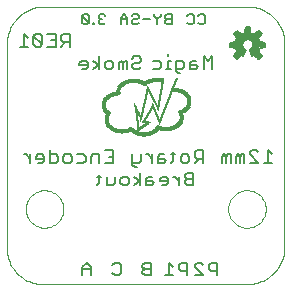
<source format=gbo>
G75*
G70*
%OFA0B0*%
%FSLAX24Y24*%
%IPPOS*%
%LPD*%
%AMOC8*
5,1,8,0,0,1.08239X$1,22.5*
%
%ADD10C,0.0000*%
%ADD11C,0.0080*%
%ADD12R,0.0110X0.0005*%
%ADD13R,0.0210X0.0005*%
%ADD14R,0.0280X0.0005*%
%ADD15R,0.0325X0.0005*%
%ADD16R,0.0365X0.0005*%
%ADD17R,0.0410X0.0005*%
%ADD18R,0.0440X0.0005*%
%ADD19R,0.0470X0.0005*%
%ADD20R,0.0505X0.0005*%
%ADD21R,0.0530X0.0005*%
%ADD22R,0.0555X0.0005*%
%ADD23R,0.0580X0.0005*%
%ADD24R,0.0600X0.0005*%
%ADD25R,0.0625X0.0005*%
%ADD26R,0.0645X0.0005*%
%ADD27R,0.0665X0.0005*%
%ADD28R,0.0685X0.0005*%
%ADD29R,0.0705X0.0005*%
%ADD30R,0.0715X0.0005*%
%ADD31R,0.0735X0.0005*%
%ADD32R,0.0755X0.0005*%
%ADD33R,0.0090X0.0005*%
%ADD34R,0.0770X0.0005*%
%ADD35R,0.0190X0.0005*%
%ADD36R,0.0355X0.0005*%
%ADD37R,0.0360X0.0005*%
%ADD38R,0.0260X0.0005*%
%ADD39R,0.0315X0.0005*%
%ADD40R,0.0320X0.0005*%
%ADD41R,0.0295X0.0005*%
%ADD42R,0.0275X0.0005*%
%ADD43R,0.0400X0.0005*%
%ADD44R,0.0265X0.0005*%
%ADD45R,0.0435X0.0005*%
%ADD46R,0.0255X0.0005*%
%ADD47R,0.0465X0.0005*%
%ADD48R,0.0245X0.0005*%
%ADD49R,0.0495X0.0005*%
%ADD50R,0.0235X0.0005*%
%ADD51R,0.0525X0.0005*%
%ADD52R,0.0230X0.0005*%
%ADD53R,0.0240X0.0005*%
%ADD54R,0.0545X0.0005*%
%ADD55R,0.0820X0.0005*%
%ADD56R,0.0220X0.0005*%
%ADD57R,0.0025X0.0005*%
%ADD58R,0.0795X0.0005*%
%ADD59R,0.0215X0.0005*%
%ADD60R,0.0035X0.0005*%
%ADD61R,0.0040X0.0005*%
%ADD62R,0.0800X0.0005*%
%ADD63R,0.0205X0.0005*%
%ADD64R,0.0050X0.0005*%
%ADD65R,0.0805X0.0005*%
%ADD66R,0.0165X0.0005*%
%ADD67R,0.0055X0.0005*%
%ADD68R,0.0200X0.0005*%
%ADD69R,0.0060X0.0005*%
%ADD70R,0.0300X0.0005*%
%ADD71R,0.0195X0.0005*%
%ADD72R,0.0065X0.0005*%
%ADD73R,0.0345X0.0005*%
%ADD74R,0.0070X0.0005*%
%ADD75R,0.0385X0.0005*%
%ADD76R,0.0080X0.0005*%
%ADD77R,0.0425X0.0005*%
%ADD78R,0.0185X0.0005*%
%ADD79R,0.0085X0.0005*%
%ADD80R,0.0635X0.0005*%
%ADD81R,0.0810X0.0005*%
%ADD82R,0.0095X0.0005*%
%ADD83R,0.0335X0.0005*%
%ADD84R,0.0655X0.0005*%
%ADD85R,0.0105X0.0005*%
%ADD86R,0.0290X0.0005*%
%ADD87R,0.0660X0.0005*%
%ADD88R,0.0115X0.0005*%
%ADD89R,0.0285X0.0005*%
%ADD90R,0.0120X0.0005*%
%ADD91R,0.0270X0.0005*%
%ADD92R,0.0675X0.0005*%
%ADD93R,0.0130X0.0005*%
%ADD94R,0.0680X0.0005*%
%ADD95R,0.0135X0.0005*%
%ADD96R,0.0250X0.0005*%
%ADD97R,0.0140X0.0005*%
%ADD98R,0.0180X0.0005*%
%ADD99R,0.0695X0.0005*%
%ADD100R,0.0150X0.0005*%
%ADD101R,0.0160X0.0005*%
%ADD102R,0.0155X0.0005*%
%ADD103R,0.0145X0.0005*%
%ADD104R,0.0700X0.0005*%
%ADD105R,0.0225X0.0005*%
%ADD106R,0.0170X0.0005*%
%ADD107R,0.0100X0.0005*%
%ADD108R,0.0075X0.0005*%
%ADD109R,0.0720X0.0005*%
%ADD110R,0.0725X0.0005*%
%ADD111R,0.0340X0.0005*%
%ADD112R,0.0305X0.0005*%
%ADD113R,0.0175X0.0005*%
%ADD114R,0.0005X0.0005*%
%ADD115R,0.0010X0.0005*%
%ADD116R,0.0015X0.0005*%
%ADD117R,0.0020X0.0005*%
%ADD118R,0.0030X0.0005*%
%ADD119R,0.0125X0.0005*%
%ADD120R,0.0045X0.0005*%
%ADD121R,0.0370X0.0005*%
%ADD122R,0.0375X0.0005*%
%ADD123R,0.0350X0.0005*%
%ADD124R,0.0330X0.0005*%
%ADD125R,0.0485X0.0005*%
%ADD126R,0.0480X0.0005*%
%ADD127R,0.0460X0.0005*%
%ADD128R,0.0445X0.0005*%
%ADD129R,0.0310X0.0005*%
%ADD130R,0.0380X0.0005*%
%ADD131R,0.0415X0.0005*%
%ADD132R,0.0450X0.0005*%
%ADD133R,0.0490X0.0005*%
%ADD134R,0.0965X0.0005*%
%ADD135R,0.0975X0.0005*%
%ADD136R,0.0980X0.0005*%
%ADD137R,0.0990X0.0005*%
%ADD138R,0.1005X0.0005*%
%ADD139R,0.0615X0.0005*%
%ADD140R,0.0640X0.0005*%
%ADD141R,0.0605X0.0005*%
%ADD142R,0.0620X0.0005*%
%ADD143R,0.0590X0.0005*%
%ADD144R,0.0570X0.0005*%
%ADD145R,0.0540X0.0005*%
%ADD146R,0.0515X0.0005*%
%ADD147R,0.0565X0.0005*%
%ADD148R,0.0535X0.0005*%
%ADD149R,0.0395X0.0005*%
%ADD150R,0.0520X0.0005*%
%ADD151R,0.0500X0.0005*%
%ADD152R,0.0430X0.0005*%
%ADD153C,0.0060*%
%ADD154C,0.0059*%
D10*
X001905Y000705D02*
X008655Y000705D01*
X008723Y000707D01*
X008790Y000712D01*
X008857Y000721D01*
X008924Y000734D01*
X008989Y000751D01*
X009054Y000770D01*
X009118Y000794D01*
X009180Y000821D01*
X009241Y000851D01*
X009299Y000884D01*
X009356Y000920D01*
X009411Y000960D01*
X009464Y001002D01*
X009515Y001048D01*
X009562Y001095D01*
X009608Y001146D01*
X009650Y001199D01*
X009690Y001254D01*
X009726Y001311D01*
X009759Y001369D01*
X009789Y001430D01*
X009816Y001492D01*
X009840Y001556D01*
X009859Y001621D01*
X009876Y001686D01*
X009889Y001753D01*
X009898Y001820D01*
X009903Y001887D01*
X009905Y001955D01*
X009905Y008705D01*
X009903Y008773D01*
X009898Y008840D01*
X009889Y008907D01*
X009876Y008974D01*
X009859Y009039D01*
X009840Y009104D01*
X009816Y009168D01*
X009789Y009230D01*
X009759Y009291D01*
X009726Y009349D01*
X009690Y009406D01*
X009650Y009461D01*
X009608Y009514D01*
X009562Y009565D01*
X009515Y009612D01*
X009464Y009658D01*
X009411Y009700D01*
X009356Y009740D01*
X009299Y009776D01*
X009241Y009809D01*
X009180Y009839D01*
X009118Y009866D01*
X009054Y009890D01*
X008989Y009909D01*
X008924Y009926D01*
X008857Y009939D01*
X008790Y009948D01*
X008723Y009953D01*
X008655Y009955D01*
X001905Y009955D01*
X001837Y009953D01*
X001770Y009948D01*
X001703Y009939D01*
X001636Y009926D01*
X001571Y009909D01*
X001506Y009890D01*
X001442Y009866D01*
X001380Y009839D01*
X001319Y009809D01*
X001261Y009776D01*
X001204Y009740D01*
X001149Y009700D01*
X001096Y009658D01*
X001045Y009612D01*
X000998Y009565D01*
X000952Y009514D01*
X000910Y009461D01*
X000870Y009406D01*
X000834Y009349D01*
X000801Y009291D01*
X000771Y009230D01*
X000744Y009168D01*
X000720Y009104D01*
X000701Y009039D01*
X000684Y008974D01*
X000671Y008907D01*
X000662Y008840D01*
X000657Y008773D01*
X000655Y008705D01*
X000655Y001955D01*
X000656Y001955D02*
X000654Y001889D01*
X000656Y001823D01*
X000662Y001757D01*
X000671Y001691D01*
X000684Y001626D01*
X000701Y001561D01*
X000721Y001498D01*
X000745Y001436D01*
X000772Y001376D01*
X000803Y001317D01*
X000837Y001259D01*
X000874Y001204D01*
X000914Y001151D01*
X000957Y001101D01*
X001002Y001052D01*
X001051Y001007D01*
X001101Y000964D01*
X001154Y000924D01*
X001209Y000887D01*
X001267Y000853D01*
X001326Y000822D01*
X001386Y000795D01*
X001448Y000771D01*
X001511Y000751D01*
X001576Y000734D01*
X001641Y000721D01*
X001707Y000712D01*
X001773Y000706D01*
X001839Y000704D01*
X001905Y000706D01*
X001280Y003205D02*
X001282Y003255D01*
X001288Y003304D01*
X001298Y003353D01*
X001311Y003400D01*
X001329Y003447D01*
X001350Y003492D01*
X001374Y003535D01*
X001402Y003576D01*
X001433Y003615D01*
X001467Y003651D01*
X001504Y003685D01*
X001544Y003715D01*
X001585Y003742D01*
X001629Y003766D01*
X001674Y003786D01*
X001721Y003802D01*
X001769Y003815D01*
X001818Y003824D01*
X001868Y003829D01*
X001917Y003830D01*
X001967Y003827D01*
X002016Y003820D01*
X002065Y003809D01*
X002112Y003795D01*
X002158Y003776D01*
X002203Y003754D01*
X002246Y003729D01*
X002286Y003700D01*
X002324Y003668D01*
X002360Y003634D01*
X002393Y003596D01*
X002422Y003556D01*
X002448Y003514D01*
X002471Y003470D01*
X002490Y003424D01*
X002506Y003377D01*
X002518Y003328D01*
X002526Y003279D01*
X002530Y003230D01*
X002530Y003180D01*
X002526Y003131D01*
X002518Y003082D01*
X002506Y003033D01*
X002490Y002986D01*
X002471Y002940D01*
X002448Y002896D01*
X002422Y002854D01*
X002393Y002814D01*
X002360Y002776D01*
X002324Y002742D01*
X002286Y002710D01*
X002246Y002681D01*
X002203Y002656D01*
X002158Y002634D01*
X002112Y002615D01*
X002065Y002601D01*
X002016Y002590D01*
X001967Y002583D01*
X001917Y002580D01*
X001868Y002581D01*
X001818Y002586D01*
X001769Y002595D01*
X001721Y002608D01*
X001674Y002624D01*
X001629Y002644D01*
X001585Y002668D01*
X001544Y002695D01*
X001504Y002725D01*
X001467Y002759D01*
X001433Y002795D01*
X001402Y002834D01*
X001374Y002875D01*
X001350Y002918D01*
X001329Y002963D01*
X001311Y003010D01*
X001298Y003057D01*
X001288Y003106D01*
X001282Y003155D01*
X001280Y003205D01*
X008030Y003205D02*
X008032Y003255D01*
X008038Y003304D01*
X008048Y003353D01*
X008061Y003400D01*
X008079Y003447D01*
X008100Y003492D01*
X008124Y003535D01*
X008152Y003576D01*
X008183Y003615D01*
X008217Y003651D01*
X008254Y003685D01*
X008294Y003715D01*
X008335Y003742D01*
X008379Y003766D01*
X008424Y003786D01*
X008471Y003802D01*
X008519Y003815D01*
X008568Y003824D01*
X008618Y003829D01*
X008667Y003830D01*
X008717Y003827D01*
X008766Y003820D01*
X008815Y003809D01*
X008862Y003795D01*
X008908Y003776D01*
X008953Y003754D01*
X008996Y003729D01*
X009036Y003700D01*
X009074Y003668D01*
X009110Y003634D01*
X009143Y003596D01*
X009172Y003556D01*
X009198Y003514D01*
X009221Y003470D01*
X009240Y003424D01*
X009256Y003377D01*
X009268Y003328D01*
X009276Y003279D01*
X009280Y003230D01*
X009280Y003180D01*
X009276Y003131D01*
X009268Y003082D01*
X009256Y003033D01*
X009240Y002986D01*
X009221Y002940D01*
X009198Y002896D01*
X009172Y002854D01*
X009143Y002814D01*
X009110Y002776D01*
X009074Y002742D01*
X009036Y002710D01*
X008996Y002681D01*
X008953Y002656D01*
X008908Y002634D01*
X008862Y002615D01*
X008815Y002601D01*
X008766Y002590D01*
X008717Y002583D01*
X008667Y002580D01*
X008618Y002581D01*
X008568Y002586D01*
X008519Y002595D01*
X008471Y002608D01*
X008424Y002624D01*
X008379Y002644D01*
X008335Y002668D01*
X008294Y002695D01*
X008254Y002725D01*
X008217Y002759D01*
X008183Y002795D01*
X008152Y002834D01*
X008124Y002875D01*
X008100Y002918D01*
X008079Y002963D01*
X008061Y003010D01*
X008048Y003057D01*
X008038Y003106D01*
X008032Y003155D01*
X008030Y003205D01*
D11*
X006865Y003995D02*
X006865Y004415D01*
X006655Y004415D01*
X006585Y004345D01*
X006585Y004275D01*
X006655Y004205D01*
X006865Y004205D01*
X006865Y003995D02*
X006655Y003995D01*
X006585Y004065D01*
X006585Y004135D01*
X006655Y004205D01*
X006405Y004135D02*
X006264Y004275D01*
X006194Y004275D01*
X006021Y004205D02*
X006021Y004065D01*
X005951Y003995D01*
X005811Y003995D01*
X005741Y004135D02*
X006021Y004135D01*
X006021Y004205D02*
X005951Y004275D01*
X005811Y004275D01*
X005741Y004205D01*
X005741Y004135D01*
X005561Y004065D02*
X005490Y004135D01*
X005280Y004135D01*
X005280Y004205D02*
X005280Y003995D01*
X005490Y003995D01*
X005561Y004065D01*
X005490Y004275D02*
X005350Y004275D01*
X005280Y004205D01*
X005100Y004135D02*
X004890Y004275D01*
X004717Y004205D02*
X004717Y004065D01*
X004646Y003995D01*
X004506Y003995D01*
X004436Y004065D01*
X004436Y004205D01*
X004506Y004275D01*
X004646Y004275D01*
X004717Y004205D01*
X004890Y003995D02*
X005100Y004135D01*
X005100Y003995D02*
X005100Y004415D01*
X004976Y004605D02*
X004906Y004605D01*
X004836Y004675D01*
X004836Y005025D01*
X004836Y004745D02*
X005046Y004745D01*
X005116Y004815D01*
X005116Y005025D01*
X005290Y005025D02*
X005360Y005025D01*
X005500Y004885D01*
X005500Y004745D02*
X005500Y005025D01*
X005680Y004955D02*
X005680Y004745D01*
X005890Y004745D01*
X005960Y004815D01*
X005890Y004885D01*
X005680Y004885D01*
X005680Y004955D02*
X005750Y005025D01*
X005890Y005025D01*
X006127Y005025D02*
X006267Y005025D01*
X006197Y005095D02*
X006197Y004815D01*
X006127Y004745D01*
X006447Y004815D02*
X006447Y004955D01*
X006517Y005025D01*
X006658Y005025D01*
X006728Y004955D01*
X006728Y004815D01*
X006658Y004745D01*
X006517Y004745D01*
X006447Y004815D01*
X006908Y004745D02*
X007048Y004885D01*
X006978Y004885D02*
X006908Y004955D01*
X006908Y005095D01*
X006978Y005165D01*
X007188Y005165D01*
X007188Y004745D01*
X007188Y004885D02*
X006978Y004885D01*
X006405Y004275D02*
X006405Y003995D01*
X007829Y004745D02*
X007829Y004955D01*
X007899Y005025D01*
X007969Y004955D01*
X007969Y004745D01*
X008109Y004745D02*
X008109Y005025D01*
X008039Y005025D01*
X007969Y004955D01*
X008289Y004955D02*
X008289Y004745D01*
X008429Y004745D02*
X008429Y004955D01*
X008359Y005025D01*
X008289Y004955D01*
X008429Y004955D02*
X008499Y005025D01*
X008569Y005025D01*
X008569Y004745D01*
X008749Y004745D02*
X009030Y004745D01*
X008749Y005025D01*
X008749Y005095D01*
X008819Y005165D01*
X008960Y005165D01*
X009030Y005095D01*
X009350Y005165D02*
X009350Y004745D01*
X009490Y004745D02*
X009210Y004745D01*
X009490Y005025D02*
X009350Y005165D01*
X007490Y007870D02*
X007490Y008290D01*
X007350Y008150D01*
X007210Y008290D01*
X007210Y007870D01*
X007030Y007940D02*
X006960Y008010D01*
X006749Y008010D01*
X006749Y008080D02*
X006749Y007870D01*
X006960Y007870D01*
X007030Y007940D01*
X006960Y008150D02*
X006819Y008150D01*
X006749Y008080D01*
X006569Y008080D02*
X006569Y007940D01*
X006499Y007870D01*
X006289Y007870D01*
X006289Y007800D02*
X006289Y008150D01*
X006499Y008150D01*
X006569Y008080D01*
X006289Y007800D02*
X006359Y007730D01*
X006429Y007730D01*
X006109Y007870D02*
X005969Y007870D01*
X006039Y007870D02*
X006039Y008150D01*
X006109Y008150D01*
X006039Y008290D02*
X006039Y008360D01*
X005802Y008080D02*
X005732Y008150D01*
X005522Y008150D01*
X005802Y008080D02*
X005802Y007940D01*
X005732Y007870D01*
X005522Y007870D01*
X005115Y007940D02*
X005045Y007870D01*
X004905Y007870D01*
X004835Y007940D01*
X004835Y008010D01*
X004905Y008080D01*
X005045Y008080D01*
X005115Y008150D01*
X005115Y008220D01*
X005045Y008290D01*
X004905Y008290D01*
X004835Y008220D01*
X004655Y008150D02*
X004585Y008150D01*
X004514Y008080D01*
X004444Y008150D01*
X004374Y008080D01*
X004374Y007870D01*
X004514Y007870D02*
X004514Y008080D01*
X004655Y008150D02*
X004655Y007870D01*
X004194Y007940D02*
X004124Y007870D01*
X003984Y007870D01*
X003914Y007940D01*
X003914Y008080D01*
X003984Y008150D01*
X004124Y008150D01*
X004194Y008080D01*
X004194Y007940D01*
X003734Y007870D02*
X003734Y008290D01*
X003524Y008150D02*
X003734Y008010D01*
X003524Y007870D01*
X003350Y007940D02*
X003350Y008080D01*
X003280Y008150D01*
X003140Y008150D01*
X003070Y008080D01*
X003070Y008010D01*
X003350Y008010D01*
X003350Y007940D02*
X003280Y007870D01*
X003140Y007870D01*
X002740Y008620D02*
X002740Y009040D01*
X002530Y009040D01*
X002460Y008970D01*
X002460Y008830D01*
X002530Y008760D01*
X002740Y008760D01*
X002600Y008760D02*
X002460Y008620D01*
X002280Y008620D02*
X001999Y008620D01*
X001819Y008690D02*
X001539Y008970D01*
X001539Y008690D01*
X001609Y008620D01*
X001749Y008620D01*
X001819Y008690D01*
X001819Y008970D01*
X001749Y009040D01*
X001609Y009040D01*
X001539Y008970D01*
X001359Y008900D02*
X001219Y009040D01*
X001219Y008620D01*
X001359Y008620D02*
X001079Y008620D01*
X001999Y009040D02*
X002280Y009040D01*
X002280Y008620D01*
X002280Y008830D02*
X002139Y008830D01*
X002074Y005165D02*
X002074Y004745D01*
X002284Y004745D01*
X002354Y004815D01*
X002354Y004955D01*
X002284Y005025D01*
X002074Y005025D01*
X001894Y004955D02*
X001894Y004815D01*
X001823Y004745D01*
X001683Y004745D01*
X001613Y004885D02*
X001894Y004885D01*
X001894Y004955D02*
X001823Y005025D01*
X001683Y005025D01*
X001613Y004955D01*
X001613Y004885D01*
X001433Y004885D02*
X001293Y005025D01*
X001223Y005025D01*
X001433Y005025D02*
X001433Y004745D01*
X002534Y004815D02*
X002534Y004955D01*
X002604Y005025D01*
X002744Y005025D01*
X002814Y004955D01*
X002814Y004815D01*
X002744Y004745D01*
X002604Y004745D01*
X002534Y004815D01*
X002994Y004745D02*
X003205Y004745D01*
X003275Y004815D01*
X003275Y004955D01*
X003205Y005025D01*
X002994Y005025D01*
X003455Y004955D02*
X003455Y004745D01*
X003455Y004955D02*
X003525Y005025D01*
X003735Y005025D01*
X003735Y004745D01*
X003915Y004745D02*
X004195Y004745D01*
X004195Y005165D01*
X003915Y005165D01*
X004055Y004955D02*
X004195Y004955D01*
X003726Y004345D02*
X003726Y004065D01*
X003656Y003995D01*
X003656Y004275D02*
X003796Y004275D01*
X003976Y004275D02*
X003976Y003995D01*
X004186Y003995D01*
X004256Y004065D01*
X004256Y004275D01*
X004240Y001415D02*
X004380Y001415D01*
X004450Y001345D01*
X004450Y001065D01*
X004380Y000995D01*
X004240Y000995D01*
X004170Y001065D01*
X004170Y001345D02*
X004240Y001415D01*
X003450Y001275D02*
X003450Y000995D01*
X003450Y001205D02*
X003170Y001205D01*
X003170Y001275D02*
X003170Y000995D01*
X003170Y001275D02*
X003310Y001415D01*
X003450Y001275D01*
X005170Y001275D02*
X005240Y001205D01*
X005450Y001205D01*
X005240Y001205D02*
X005170Y001135D01*
X005170Y001065D01*
X005240Y000995D01*
X005450Y000995D01*
X005450Y001415D01*
X005240Y001415D01*
X005170Y001345D01*
X005170Y001275D01*
X005920Y000995D02*
X006200Y000995D01*
X006060Y000995D02*
X006060Y001415D01*
X006200Y001275D01*
X006381Y001205D02*
X006451Y001135D01*
X006661Y001135D01*
X006661Y000995D02*
X006661Y001415D01*
X006451Y001415D01*
X006381Y001345D01*
X006381Y001205D01*
X006920Y001275D02*
X006920Y001345D01*
X006990Y001415D01*
X007130Y001415D01*
X007200Y001345D01*
X007381Y001345D02*
X007381Y001205D01*
X007451Y001135D01*
X007661Y001135D01*
X007661Y000995D02*
X007661Y001415D01*
X007451Y001415D01*
X007381Y001345D01*
X007200Y000995D02*
X006920Y000995D01*
X007200Y000995D02*
X006920Y001275D01*
D12*
X005236Y005621D03*
X005131Y005896D03*
X005146Y005906D03*
X005151Y005911D03*
X005156Y005916D03*
X005171Y005926D03*
X005216Y005956D03*
X005231Y005966D03*
X005236Y005971D03*
X005251Y005981D03*
X005266Y005991D03*
X005271Y005996D03*
X005281Y006001D03*
X005286Y006006D03*
X005291Y006011D03*
X005301Y006016D03*
X005306Y006021D03*
X005316Y006026D03*
X005321Y006031D03*
X005336Y006041D03*
X005116Y006271D03*
X004996Y006426D03*
X004996Y006431D03*
X004991Y006436D03*
X004991Y006441D03*
X005521Y006581D03*
X005521Y006586D03*
X005681Y006606D03*
X005681Y006611D03*
X005741Y006136D03*
X005711Y005941D03*
X005366Y007146D03*
X005366Y007151D03*
D13*
X005236Y007346D03*
X005646Y007541D03*
X006586Y007036D03*
X006586Y006496D03*
X006581Y006491D03*
X006326Y005971D03*
X005596Y005791D03*
X005236Y005626D03*
X004131Y005896D03*
X004046Y006926D03*
X004331Y007076D03*
D14*
X004296Y007056D03*
X004961Y005746D03*
X005236Y005631D03*
X006491Y007086D03*
X005646Y007536D03*
D15*
X005644Y007531D03*
X005224Y007376D03*
X004264Y005836D03*
X005234Y005636D03*
D16*
X005234Y005641D03*
X004239Y007011D03*
D17*
X005236Y005646D03*
X006331Y007141D03*
D18*
X006341Y007131D03*
X005236Y005651D03*
D19*
X005236Y005656D03*
X006351Y007116D03*
D20*
X005634Y007501D03*
X005234Y005661D03*
D21*
X005236Y005666D03*
D22*
X005234Y005671D03*
X005609Y007481D03*
D23*
X005591Y007466D03*
X005236Y005676D03*
D24*
X005236Y005681D03*
X005581Y007456D03*
D25*
X005234Y005686D03*
D26*
X005234Y005691D03*
X005879Y005836D03*
D27*
X005909Y005851D03*
X005234Y005696D03*
D28*
X005234Y005701D03*
X005934Y005866D03*
D29*
X005964Y005886D03*
X005234Y005706D03*
D30*
X005234Y005711D03*
X005969Y005891D03*
X005974Y005896D03*
D31*
X005234Y005716D03*
D32*
X005234Y005721D03*
D33*
X005051Y005831D03*
X005116Y006246D03*
X004981Y006476D03*
X004976Y006486D03*
X004976Y006491D03*
X005521Y006606D03*
X005686Y006581D03*
X005741Y006111D03*
X005706Y005946D03*
X004501Y005721D03*
X005361Y007176D03*
D34*
X005236Y005726D03*
D35*
X005316Y006056D03*
X004501Y005726D03*
X004026Y006381D03*
X004021Y006386D03*
X004016Y006396D03*
X004011Y006401D03*
X004006Y006406D03*
X004001Y006411D03*
X003996Y006886D03*
X004001Y006891D03*
X004006Y006896D03*
X004341Y007081D03*
X004466Y007301D03*
X004471Y007306D03*
X004476Y007311D03*
X006456Y006396D03*
X006616Y006521D03*
X006621Y006526D03*
X006621Y007006D03*
X006616Y007011D03*
X006371Y006006D03*
X006366Y006001D03*
D36*
X005449Y005731D03*
X004499Y005741D03*
X004254Y007021D03*
D37*
X004246Y007016D03*
X004196Y006986D03*
X005021Y005731D03*
X006311Y007161D03*
X006431Y007101D03*
X005431Y007436D03*
D38*
X005231Y007361D03*
X004586Y007381D03*
X004306Y007061D03*
X004201Y005856D03*
X004501Y005731D03*
X006256Y005931D03*
D39*
X005479Y005736D03*
X004989Y005736D03*
X005399Y007431D03*
D40*
X006456Y007096D03*
X004501Y005736D03*
X004166Y006981D03*
X004276Y007041D03*
D41*
X004289Y007051D03*
X004149Y006976D03*
X004974Y005741D03*
X005494Y005741D03*
X006474Y007091D03*
D42*
X006279Y007186D03*
X005309Y006081D03*
X005509Y005746D03*
X005764Y005911D03*
X006239Y005926D03*
D43*
X006326Y007146D03*
X004501Y005746D03*
D44*
X004764Y005846D03*
X004944Y005751D03*
X005299Y006071D03*
X005524Y005751D03*
X006504Y007081D03*
X004119Y006966D03*
D45*
X004499Y005751D03*
D46*
X004934Y005756D03*
X005299Y006066D03*
X005534Y005756D03*
X006264Y005936D03*
X006514Y007076D03*
X004109Y006961D03*
D47*
X004499Y005756D03*
X005659Y007516D03*
D48*
X006529Y006461D03*
X006494Y006436D03*
X006489Y006431D03*
X006274Y005941D03*
X005544Y005761D03*
X004924Y005761D03*
X004099Y006956D03*
X004564Y007371D03*
D49*
X004499Y005761D03*
D50*
X004914Y005766D03*
X005554Y005766D03*
X005959Y005806D03*
X006294Y005951D03*
X006479Y006421D03*
X006484Y006426D03*
X006544Y007061D03*
X004554Y007366D03*
X004079Y006946D03*
D51*
X004499Y005766D03*
D52*
X004171Y005871D03*
X004161Y005876D03*
X004071Y006941D03*
X004321Y007071D03*
X004546Y007361D03*
X005561Y005771D03*
X005571Y005776D03*
X006546Y006471D03*
X006556Y006476D03*
X006556Y007056D03*
D53*
X006536Y007066D03*
X006536Y006466D03*
X006286Y005946D03*
X005296Y006086D03*
X004906Y005771D03*
X004771Y005851D03*
X004181Y005866D03*
X004086Y006951D03*
X005231Y007356D03*
D54*
X005614Y007486D03*
X004499Y005771D03*
D55*
X004621Y005776D03*
D56*
X004146Y005886D03*
X004061Y006936D03*
X004531Y007351D03*
X004536Y007356D03*
X005581Y005781D03*
X006311Y005961D03*
X006571Y007046D03*
D57*
X005704Y006496D03*
X005704Y006491D03*
X005529Y006671D03*
X005129Y006146D03*
X005129Y006141D03*
X005024Y005781D03*
X005749Y006041D03*
X004929Y006641D03*
X004929Y006646D03*
X005349Y007261D03*
X005349Y007266D03*
D58*
X004599Y005781D03*
X004589Y005786D03*
D59*
X004779Y005856D03*
X005284Y006091D03*
X005589Y005786D03*
X006319Y005966D03*
X006469Y006411D03*
X006574Y006486D03*
X006579Y007041D03*
X004524Y007346D03*
X004054Y006931D03*
X004139Y005891D03*
D60*
X004939Y006611D03*
X004934Y006621D03*
X004934Y006626D03*
X005529Y006661D03*
X005529Y006666D03*
X005704Y006506D03*
X005704Y005956D03*
X005029Y005786D03*
X005354Y007246D03*
D61*
X005351Y007241D03*
X005526Y006656D03*
X005701Y006516D03*
X005701Y006511D03*
X005746Y006061D03*
X005746Y006056D03*
X005126Y006166D03*
X005126Y006171D03*
X005031Y005791D03*
X004801Y005901D03*
X004941Y006601D03*
X004941Y006606D03*
X004936Y006616D03*
D62*
X004551Y005806D03*
X004561Y005801D03*
X004581Y005791D03*
D63*
X004124Y005901D03*
X004119Y005906D03*
X004039Y006921D03*
X004509Y007336D03*
X004514Y007341D03*
X005609Y005801D03*
X005604Y005796D03*
X006334Y005976D03*
X006464Y006406D03*
X006594Y006501D03*
X006594Y007031D03*
D64*
X005696Y006531D03*
X005526Y006646D03*
X005356Y007226D03*
X004946Y006586D03*
X004946Y006581D03*
X005031Y005796D03*
X005746Y006066D03*
X005746Y006071D03*
X005746Y006076D03*
D65*
X004569Y005796D03*
X004544Y005811D03*
X004534Y005816D03*
X004529Y005821D03*
X004519Y005826D03*
D66*
X004039Y005986D03*
X004034Y005991D03*
X004034Y005996D03*
X004029Y006001D03*
X004024Y006326D03*
X004029Y006336D03*
X004034Y006341D03*
X004034Y006346D03*
X004039Y006356D03*
X004039Y006361D03*
X003939Y006481D03*
X003934Y006486D03*
X003929Y006496D03*
X003934Y006811D03*
X003939Y006821D03*
X003944Y006826D03*
X004354Y007086D03*
X004409Y007231D03*
X004414Y007236D03*
X004414Y007241D03*
X004419Y007246D03*
X004424Y007251D03*
X005084Y005881D03*
X005959Y005801D03*
X006424Y006066D03*
X006429Y006071D03*
X006429Y006076D03*
X006434Y006081D03*
X006439Y006091D03*
X006449Y006386D03*
X006674Y006581D03*
X006679Y006591D03*
X006684Y006596D03*
X006689Y006601D03*
X006694Y006611D03*
X006694Y006921D03*
X006689Y006931D03*
X006684Y006936D03*
X006679Y006941D03*
X006674Y006951D03*
D67*
X005839Y007376D03*
X005839Y007381D03*
X005844Y007406D03*
X005844Y007411D03*
X005834Y007351D03*
X005834Y007346D03*
X005829Y007321D03*
X005824Y007291D03*
X005819Y007261D03*
X005814Y007231D03*
X005864Y007531D03*
X005864Y007536D03*
X005354Y007221D03*
X005524Y006641D03*
X005699Y006536D03*
X005124Y006191D03*
X005124Y006186D03*
X005034Y005801D03*
X004954Y006561D03*
X004954Y006566D03*
X004949Y006571D03*
X004949Y006576D03*
D68*
X004501Y007331D03*
X004031Y006916D03*
X004026Y006911D03*
X004111Y005911D03*
X004781Y005861D03*
X005616Y005806D03*
X005736Y005921D03*
X006341Y005981D03*
X006346Y005986D03*
X006461Y006401D03*
X006601Y006506D03*
X006606Y006511D03*
X006606Y007021D03*
X006601Y007026D03*
X006246Y007201D03*
X005776Y007436D03*
D69*
X005841Y007401D03*
X005841Y007396D03*
X005841Y007391D03*
X005841Y007386D03*
X005836Y007371D03*
X005836Y007366D03*
X005836Y007361D03*
X005836Y007356D03*
X005831Y007341D03*
X005831Y007336D03*
X005831Y007331D03*
X005831Y007326D03*
X005826Y007316D03*
X005826Y007311D03*
X005826Y007306D03*
X005826Y007301D03*
X005826Y007296D03*
X005821Y007286D03*
X005821Y007281D03*
X005821Y007276D03*
X005821Y007271D03*
X005821Y007266D03*
X005816Y007256D03*
X005816Y007251D03*
X005816Y007246D03*
X005816Y007241D03*
X005816Y007236D03*
X005811Y007226D03*
X005811Y007221D03*
X005811Y007216D03*
X005811Y007211D03*
X005811Y007206D03*
X005806Y007201D03*
X005806Y007196D03*
X005806Y007191D03*
X005806Y007186D03*
X005806Y007181D03*
X005806Y007176D03*
X005801Y007171D03*
X005801Y007166D03*
X005801Y007161D03*
X005801Y007156D03*
X005801Y007151D03*
X005801Y007146D03*
X005796Y007141D03*
X005796Y007136D03*
X005796Y007131D03*
X005796Y007126D03*
X005796Y007121D03*
X005796Y007116D03*
X005791Y007106D03*
X005791Y007101D03*
X005791Y007096D03*
X005791Y007091D03*
X005791Y007086D03*
X005786Y007076D03*
X005786Y007071D03*
X005786Y007066D03*
X005786Y007061D03*
X005781Y007051D03*
X005781Y007046D03*
X005781Y007041D03*
X005781Y007036D03*
X005781Y007031D03*
X005776Y007021D03*
X005776Y007016D03*
X005776Y007011D03*
X005776Y007006D03*
X005776Y007001D03*
X005771Y006991D03*
X005771Y006986D03*
X005771Y006981D03*
X005771Y006976D03*
X005771Y006971D03*
X005766Y006961D03*
X005766Y006956D03*
X005766Y006951D03*
X005766Y006946D03*
X005761Y006936D03*
X005761Y006931D03*
X005761Y006926D03*
X005761Y006921D03*
X005761Y006916D03*
X005756Y006906D03*
X005756Y006901D03*
X005756Y006896D03*
X005756Y006891D03*
X005756Y006886D03*
X005751Y006876D03*
X005751Y006871D03*
X005751Y006866D03*
X005751Y006861D03*
X005751Y006856D03*
X005746Y006846D03*
X005746Y006841D03*
X005746Y006836D03*
X005746Y006831D03*
X005746Y006826D03*
X005741Y006816D03*
X005741Y006811D03*
X005741Y006806D03*
X005741Y006801D03*
X005736Y006791D03*
X005736Y006786D03*
X005736Y006781D03*
X005736Y006776D03*
X005736Y006771D03*
X005731Y006761D03*
X005731Y006756D03*
X005731Y006751D03*
X005731Y006746D03*
X005731Y006741D03*
X005726Y006731D03*
X005726Y006726D03*
X005726Y006721D03*
X005726Y006716D03*
X005726Y006711D03*
X005721Y006701D03*
X005721Y006696D03*
X005721Y006691D03*
X005721Y006686D03*
X005716Y006676D03*
X005716Y006671D03*
X005716Y006666D03*
X005716Y006661D03*
X005716Y006656D03*
X005696Y006541D03*
X005576Y006501D03*
X005586Y006476D03*
X005596Y006451D03*
X005566Y006526D03*
X005526Y006636D03*
X005241Y006711D03*
X005236Y006691D03*
X005231Y006671D03*
X005226Y006646D03*
X005221Y006626D03*
X005216Y006606D03*
X005211Y006581D03*
X005206Y006561D03*
X005201Y006541D03*
X005196Y006516D03*
X005191Y006496D03*
X005186Y006476D03*
X005181Y006451D03*
X005176Y006431D03*
X005171Y006411D03*
X005166Y006386D03*
X005161Y006371D03*
X005161Y006366D03*
X005156Y006356D03*
X005156Y006351D03*
X005156Y006346D03*
X005151Y006331D03*
X005151Y006326D03*
X005151Y006321D03*
X005146Y006311D03*
X005146Y006306D03*
X005121Y006201D03*
X005121Y006196D03*
X005001Y006161D03*
X005001Y006156D03*
X005001Y006151D03*
X005001Y006146D03*
X005006Y006136D03*
X005006Y006131D03*
X005006Y006126D03*
X005006Y006121D03*
X005006Y006116D03*
X005006Y006111D03*
X005006Y006106D03*
X005006Y006101D03*
X005006Y006096D03*
X005011Y006091D03*
X005011Y006086D03*
X005011Y006081D03*
X005011Y006076D03*
X005011Y006071D03*
X005011Y006066D03*
X005011Y006061D03*
X005011Y006056D03*
X005011Y006051D03*
X005011Y006046D03*
X005016Y006041D03*
X005016Y006036D03*
X005016Y006031D03*
X005016Y006026D03*
X005016Y006021D03*
X005016Y006016D03*
X005016Y006011D03*
X005016Y006006D03*
X005016Y006001D03*
X005016Y005996D03*
X005021Y005991D03*
X005021Y005986D03*
X005021Y005981D03*
X005021Y005976D03*
X005021Y005971D03*
X005021Y005966D03*
X005021Y005961D03*
X005021Y005956D03*
X005021Y005951D03*
X005021Y005946D03*
X005026Y005941D03*
X005026Y005936D03*
X005026Y005931D03*
X005026Y005926D03*
X005026Y005921D03*
X005026Y005916D03*
X005026Y005911D03*
X005026Y005906D03*
X005026Y005901D03*
X005026Y005896D03*
X005031Y005891D03*
X005036Y005806D03*
X004996Y006196D03*
X004996Y006201D03*
X004996Y006206D03*
X004991Y006246D03*
X004991Y006251D03*
X004986Y006276D03*
X004986Y006281D03*
X004986Y006286D03*
X004986Y006291D03*
X004986Y006296D03*
X004981Y006306D03*
X004981Y006311D03*
X004981Y006316D03*
X004981Y006321D03*
X004981Y006326D03*
X004981Y006331D03*
X004981Y006336D03*
X004981Y006341D03*
X004976Y006351D03*
X004976Y006356D03*
X004976Y006361D03*
X004976Y006366D03*
X004976Y006371D03*
X004976Y006376D03*
X004956Y006551D03*
X004956Y006556D03*
X005246Y006736D03*
X005251Y006756D03*
X005256Y006776D03*
X005261Y006801D03*
X005266Y006821D03*
X005271Y006841D03*
X005276Y006866D03*
X005281Y006886D03*
X005286Y006906D03*
X005291Y006931D03*
X005296Y006951D03*
X005301Y006971D03*
X005306Y006996D03*
X005311Y007016D03*
X005316Y007036D03*
X005321Y007056D03*
X005321Y007061D03*
X005326Y007081D03*
X005331Y007101D03*
X005356Y007211D03*
X005356Y007216D03*
X005866Y007541D03*
X005866Y007546D03*
X006136Y007081D03*
X006126Y007056D03*
X006121Y007041D03*
X006111Y007016D03*
X006101Y006991D03*
X006091Y006966D03*
X006081Y006941D03*
X006071Y006916D03*
X006046Y006851D03*
X006036Y006826D03*
X006026Y006801D03*
X006016Y006776D03*
X005981Y006686D03*
X005971Y006661D03*
X005961Y006636D03*
X005951Y006611D03*
X005926Y006546D03*
X005916Y006521D03*
X005906Y006496D03*
X005896Y006471D03*
X005871Y006406D03*
X005861Y006381D03*
X005851Y006356D03*
X005841Y006331D03*
X005816Y006266D03*
X005806Y006241D03*
X005796Y006216D03*
X005786Y006191D03*
X005746Y006086D03*
X005746Y006081D03*
D70*
X005961Y005811D03*
X005226Y007371D03*
X004881Y007501D03*
X004241Y005841D03*
D71*
X004104Y005916D03*
X004099Y005921D03*
X004094Y005926D03*
X004014Y006901D03*
X004019Y006906D03*
X004484Y007316D03*
X004489Y007321D03*
X004494Y007326D03*
X005634Y005821D03*
X005629Y005816D03*
X005624Y005811D03*
X006354Y005991D03*
X006359Y005996D03*
X006614Y006516D03*
X006609Y007016D03*
D72*
X006264Y007411D03*
X006269Y007421D03*
X006274Y007436D03*
X006279Y007446D03*
X006284Y007461D03*
X006289Y007471D03*
X006294Y007486D03*
X006299Y007496D03*
X006299Y007501D03*
X006304Y007511D03*
X006309Y007521D03*
X006309Y007526D03*
X006309Y007531D03*
X006314Y007536D03*
X006314Y007541D03*
X006319Y007546D03*
X006259Y007396D03*
X006254Y007386D03*
X006249Y007371D03*
X006244Y007361D03*
X006239Y007346D03*
X006229Y007321D03*
X006219Y007296D03*
X006214Y007281D03*
X006209Y007271D03*
X006204Y007256D03*
X006199Y007246D03*
X006194Y007231D03*
X006189Y007221D03*
X006189Y007216D03*
X006144Y007096D03*
X006139Y007091D03*
X006139Y007086D03*
X006134Y007076D03*
X006134Y007071D03*
X006129Y007066D03*
X006129Y007061D03*
X006124Y007051D03*
X006124Y007046D03*
X006119Y007036D03*
X006119Y007031D03*
X006114Y007026D03*
X006114Y007021D03*
X006109Y007011D03*
X006109Y007006D03*
X006104Y007001D03*
X006104Y006996D03*
X006099Y006986D03*
X006099Y006981D03*
X006094Y006976D03*
X006094Y006971D03*
X006089Y006961D03*
X006089Y006956D03*
X006084Y006951D03*
X006084Y006946D03*
X006079Y006936D03*
X006079Y006931D03*
X006074Y006926D03*
X006074Y006921D03*
X006069Y006911D03*
X006069Y006906D03*
X006064Y006901D03*
X006064Y006896D03*
X006064Y006891D03*
X006059Y006886D03*
X006059Y006881D03*
X006054Y006876D03*
X006054Y006871D03*
X006054Y006866D03*
X006049Y006861D03*
X006049Y006856D03*
X006044Y006846D03*
X006044Y006841D03*
X006039Y006836D03*
X006039Y006831D03*
X006034Y006821D03*
X006034Y006816D03*
X006029Y006811D03*
X006029Y006806D03*
X006024Y006796D03*
X006024Y006791D03*
X006019Y006786D03*
X006019Y006781D03*
X006014Y006771D03*
X006014Y006766D03*
X006009Y006761D03*
X006009Y006756D03*
X006009Y006751D03*
X006004Y006746D03*
X006004Y006741D03*
X005999Y006736D03*
X005999Y006731D03*
X005999Y006726D03*
X005994Y006721D03*
X005994Y006716D03*
X005989Y006711D03*
X005989Y006706D03*
X005989Y006701D03*
X005984Y006696D03*
X005984Y006691D03*
X005979Y006681D03*
X005979Y006676D03*
X005974Y006671D03*
X005974Y006666D03*
X005969Y006656D03*
X005969Y006651D03*
X005964Y006646D03*
X005964Y006641D03*
X005959Y006631D03*
X005959Y006626D03*
X005954Y006621D03*
X005954Y006616D03*
X005949Y006606D03*
X005949Y006601D03*
X005944Y006596D03*
X005944Y006591D03*
X005944Y006586D03*
X005939Y006581D03*
X005939Y006576D03*
X005934Y006571D03*
X005934Y006566D03*
X005934Y006561D03*
X005929Y006556D03*
X005929Y006551D03*
X005924Y006541D03*
X005924Y006536D03*
X005919Y006531D03*
X005919Y006526D03*
X005914Y006516D03*
X005914Y006511D03*
X005909Y006506D03*
X005909Y006501D03*
X005904Y006491D03*
X005904Y006486D03*
X005899Y006481D03*
X005899Y006476D03*
X005894Y006466D03*
X005894Y006461D03*
X005889Y006456D03*
X005889Y006451D03*
X005889Y006446D03*
X005884Y006441D03*
X005884Y006436D03*
X005879Y006431D03*
X005879Y006426D03*
X005879Y006421D03*
X005874Y006416D03*
X005874Y006411D03*
X005869Y006401D03*
X005869Y006396D03*
X005864Y006391D03*
X005864Y006386D03*
X005859Y006376D03*
X005859Y006371D03*
X005854Y006366D03*
X005854Y006361D03*
X005849Y006351D03*
X005849Y006346D03*
X005844Y006341D03*
X005844Y006336D03*
X005839Y006326D03*
X005839Y006321D03*
X005834Y006316D03*
X005834Y006311D03*
X005834Y006306D03*
X005829Y006301D03*
X005829Y006296D03*
X005824Y006291D03*
X005824Y006286D03*
X005824Y006281D03*
X005819Y006276D03*
X005819Y006271D03*
X005814Y006261D03*
X005814Y006256D03*
X005809Y006251D03*
X005809Y006246D03*
X005804Y006236D03*
X005804Y006231D03*
X005799Y006226D03*
X005799Y006221D03*
X005794Y006211D03*
X005794Y006206D03*
X005789Y006201D03*
X005789Y006196D03*
X005784Y006186D03*
X005784Y006181D03*
X005779Y006176D03*
X005699Y006196D03*
X005689Y006221D03*
X005684Y006231D03*
X005679Y006246D03*
X005674Y006256D03*
X005669Y006266D03*
X005669Y006271D03*
X005664Y006281D03*
X005659Y006291D03*
X005659Y006296D03*
X005654Y006306D03*
X005649Y006316D03*
X005649Y006321D03*
X005644Y006331D03*
X005639Y006341D03*
X005634Y006351D03*
X005634Y006356D03*
X005629Y006366D03*
X005624Y006376D03*
X005624Y006381D03*
X005619Y006391D03*
X005614Y006401D03*
X005614Y006406D03*
X005614Y006411D03*
X005609Y006416D03*
X005609Y006421D03*
X005604Y006426D03*
X005604Y006431D03*
X005604Y006436D03*
X005599Y006441D03*
X005599Y006446D03*
X005594Y006456D03*
X005594Y006461D03*
X005589Y006466D03*
X005589Y006471D03*
X005584Y006481D03*
X005584Y006486D03*
X005579Y006491D03*
X005579Y006496D03*
X005574Y006506D03*
X005574Y006511D03*
X005569Y006516D03*
X005569Y006521D03*
X005564Y006531D03*
X005564Y006536D03*
X005559Y006541D03*
X005559Y006546D03*
X005559Y006551D03*
X005524Y006631D03*
X005574Y006781D03*
X005569Y006791D03*
X005564Y006801D03*
X005559Y006811D03*
X005554Y006821D03*
X005549Y006831D03*
X005544Y006841D03*
X005539Y006851D03*
X005534Y006861D03*
X005529Y006871D03*
X005524Y006876D03*
X005524Y006881D03*
X005519Y006886D03*
X005519Y006891D03*
X005514Y006896D03*
X005514Y006901D03*
X005509Y006906D03*
X005509Y006911D03*
X005504Y006916D03*
X005499Y006926D03*
X005494Y006936D03*
X005489Y006946D03*
X005484Y006956D03*
X005479Y006966D03*
X005474Y006976D03*
X005469Y006986D03*
X005464Y006996D03*
X005459Y007006D03*
X005454Y007016D03*
X005449Y007026D03*
X005444Y007036D03*
X005439Y007046D03*
X005434Y007056D03*
X005429Y007066D03*
X005424Y007076D03*
X005419Y007086D03*
X005414Y007096D03*
X005409Y007106D03*
X005404Y007116D03*
X005334Y007116D03*
X005334Y007111D03*
X005334Y007106D03*
X005329Y007096D03*
X005329Y007091D03*
X005329Y007086D03*
X005324Y007076D03*
X005324Y007071D03*
X005324Y007066D03*
X005319Y007051D03*
X005319Y007046D03*
X005319Y007041D03*
X005314Y007031D03*
X005314Y007026D03*
X005314Y007021D03*
X005309Y007011D03*
X005309Y007006D03*
X005309Y007001D03*
X005304Y006991D03*
X005304Y006986D03*
X005304Y006981D03*
X005304Y006976D03*
X005299Y006966D03*
X005299Y006961D03*
X005299Y006956D03*
X005294Y006946D03*
X005294Y006941D03*
X005294Y006936D03*
X005289Y006926D03*
X005289Y006921D03*
X005289Y006916D03*
X005289Y006911D03*
X005284Y006901D03*
X005284Y006896D03*
X005284Y006891D03*
X005279Y006881D03*
X005279Y006876D03*
X005279Y006871D03*
X005274Y006861D03*
X005274Y006856D03*
X005274Y006851D03*
X005274Y006846D03*
X005269Y006836D03*
X005269Y006831D03*
X005269Y006826D03*
X005264Y006816D03*
X005264Y006811D03*
X005264Y006806D03*
X005259Y006796D03*
X005259Y006791D03*
X005259Y006786D03*
X005259Y006781D03*
X005254Y006771D03*
X005254Y006766D03*
X005254Y006761D03*
X005249Y006751D03*
X005249Y006746D03*
X005249Y006741D03*
X005244Y006731D03*
X005244Y006726D03*
X005244Y006721D03*
X005244Y006716D03*
X005239Y006706D03*
X005239Y006701D03*
X005239Y006696D03*
X005234Y006686D03*
X005234Y006681D03*
X005234Y006676D03*
X005229Y006666D03*
X005229Y006661D03*
X005229Y006656D03*
X005229Y006651D03*
X005224Y006641D03*
X005224Y006636D03*
X005224Y006631D03*
X005219Y006621D03*
X005219Y006616D03*
X005219Y006611D03*
X005214Y006601D03*
X005214Y006596D03*
X005214Y006591D03*
X005214Y006586D03*
X005209Y006576D03*
X005209Y006571D03*
X005209Y006566D03*
X005204Y006556D03*
X005204Y006551D03*
X005204Y006546D03*
X005199Y006536D03*
X005199Y006531D03*
X005199Y006526D03*
X005199Y006521D03*
X005194Y006511D03*
X005194Y006506D03*
X005194Y006501D03*
X005189Y006491D03*
X005189Y006486D03*
X005189Y006481D03*
X005184Y006471D03*
X005184Y006466D03*
X005184Y006461D03*
X005184Y006456D03*
X005179Y006446D03*
X005179Y006441D03*
X005179Y006436D03*
X005174Y006426D03*
X005174Y006421D03*
X005174Y006416D03*
X005169Y006406D03*
X005169Y006401D03*
X005169Y006396D03*
X005169Y006391D03*
X005164Y006381D03*
X005164Y006376D03*
X005159Y006361D03*
X005154Y006341D03*
X005154Y006336D03*
X005149Y006316D03*
X005079Y006306D03*
X005074Y006316D03*
X005069Y006326D03*
X005064Y006336D03*
X005059Y006346D03*
X005054Y006356D03*
X005049Y006366D03*
X005044Y006376D03*
X004979Y006346D03*
X004984Y006301D03*
X004989Y006271D03*
X004989Y006266D03*
X004989Y006261D03*
X004989Y006256D03*
X004994Y006241D03*
X004994Y006236D03*
X004994Y006231D03*
X004994Y006226D03*
X004994Y006221D03*
X004994Y006216D03*
X004994Y006211D03*
X004999Y006191D03*
X004999Y006186D03*
X004999Y006181D03*
X004999Y006176D03*
X004999Y006171D03*
X004999Y006166D03*
X005004Y006141D03*
X005124Y006206D03*
X004959Y006541D03*
X004959Y006546D03*
X005039Y005811D03*
X005709Y005951D03*
X005694Y006546D03*
X005714Y006651D03*
X005719Y006681D03*
X005724Y006706D03*
X005729Y006736D03*
X005734Y006766D03*
X005739Y006796D03*
X005744Y006821D03*
X005749Y006851D03*
X005754Y006881D03*
X005759Y006911D03*
X005764Y006941D03*
X005769Y006966D03*
X005774Y006996D03*
X005779Y007026D03*
X005784Y007056D03*
X005789Y007081D03*
X005794Y007111D03*
X005359Y007201D03*
X005359Y007206D03*
X005244Y007301D03*
D73*
X005959Y005816D03*
D74*
X005746Y006091D03*
X005746Y006096D03*
X005706Y006176D03*
X005706Y006181D03*
X005701Y006186D03*
X005701Y006191D03*
X005696Y006201D03*
X005696Y006206D03*
X005691Y006211D03*
X005691Y006216D03*
X005686Y006226D03*
X005681Y006236D03*
X005681Y006241D03*
X005676Y006251D03*
X005671Y006261D03*
X005666Y006276D03*
X005661Y006286D03*
X005656Y006301D03*
X005651Y006311D03*
X005646Y006326D03*
X005641Y006336D03*
X005636Y006346D03*
X005631Y006361D03*
X005626Y006371D03*
X005621Y006386D03*
X005616Y006396D03*
X005691Y006551D03*
X005691Y006556D03*
X005641Y006651D03*
X005636Y006661D03*
X005631Y006671D03*
X005626Y006676D03*
X005626Y006681D03*
X005621Y006686D03*
X005621Y006691D03*
X005616Y006696D03*
X005616Y006701D03*
X005611Y006706D03*
X005611Y006711D03*
X005606Y006716D03*
X005606Y006721D03*
X005601Y006726D03*
X005601Y006731D03*
X005596Y006736D03*
X005596Y006741D03*
X005591Y006746D03*
X005591Y006751D03*
X005586Y006756D03*
X005586Y006761D03*
X005581Y006766D03*
X005581Y006771D03*
X005576Y006776D03*
X005571Y006786D03*
X005566Y006796D03*
X005561Y006806D03*
X005556Y006816D03*
X005551Y006826D03*
X005546Y006836D03*
X005541Y006846D03*
X005536Y006856D03*
X005531Y006866D03*
X005501Y006921D03*
X005496Y006931D03*
X005491Y006941D03*
X005486Y006951D03*
X005481Y006961D03*
X005476Y006971D03*
X005471Y006981D03*
X005466Y006991D03*
X005461Y007001D03*
X005456Y007011D03*
X005451Y007021D03*
X005446Y007031D03*
X005441Y007041D03*
X005436Y007051D03*
X005431Y007061D03*
X005426Y007071D03*
X005421Y007081D03*
X005416Y007091D03*
X005411Y007101D03*
X005406Y007111D03*
X005526Y006626D03*
X005461Y006511D03*
X005446Y006486D03*
X005431Y006461D03*
X005426Y006451D03*
X005416Y006436D03*
X005411Y006426D03*
X005406Y006416D03*
X005401Y006411D03*
X005396Y006401D03*
X005391Y006391D03*
X005386Y006386D03*
X005381Y006376D03*
X005376Y006366D03*
X005371Y006356D03*
X005366Y006351D03*
X005366Y006346D03*
X005361Y006341D03*
X005361Y006336D03*
X005356Y006331D03*
X005351Y006326D03*
X005351Y006321D03*
X005346Y006316D03*
X005346Y006311D03*
X005341Y006306D03*
X005336Y006301D03*
X005336Y006296D03*
X005331Y006291D03*
X005331Y006286D03*
X005326Y006281D03*
X005321Y006276D03*
X005321Y006271D03*
X005316Y006266D03*
X005316Y006261D03*
X005311Y006256D03*
X005306Y006251D03*
X005306Y006246D03*
X005301Y006241D03*
X005301Y006236D03*
X005296Y006231D03*
X005291Y006226D03*
X005291Y006221D03*
X005286Y006216D03*
X005286Y006211D03*
X005281Y006206D03*
X005276Y006201D03*
X005276Y006196D03*
X005271Y006191D03*
X005271Y006186D03*
X005266Y006181D03*
X005261Y006176D03*
X005261Y006171D03*
X005256Y006166D03*
X005256Y006161D03*
X005251Y006156D03*
X005246Y006151D03*
X005246Y006146D03*
X005241Y006141D03*
X005241Y006136D03*
X005236Y006131D03*
X005231Y006126D03*
X005231Y006121D03*
X005226Y006116D03*
X005121Y006211D03*
X005121Y006216D03*
X005076Y006311D03*
X005071Y006321D03*
X005066Y006331D03*
X005061Y006341D03*
X005056Y006351D03*
X005051Y006361D03*
X005046Y006371D03*
X004961Y006536D03*
X005041Y005816D03*
X006191Y007226D03*
X006196Y007236D03*
X006196Y007241D03*
X006201Y007251D03*
X006206Y007261D03*
X006206Y007266D03*
X006211Y007276D03*
X006216Y007286D03*
X006216Y007291D03*
X006221Y007301D03*
X006221Y007306D03*
X006226Y007311D03*
X006226Y007316D03*
X006231Y007326D03*
X006231Y007331D03*
X006236Y007336D03*
X006236Y007341D03*
X006241Y007351D03*
X006241Y007356D03*
X006246Y007366D03*
X006251Y007376D03*
X006251Y007381D03*
X006256Y007391D03*
X006261Y007401D03*
X006261Y007406D03*
X006266Y007416D03*
X006271Y007426D03*
X006271Y007431D03*
X006276Y007441D03*
X006281Y007451D03*
X006281Y007456D03*
X006286Y007466D03*
X006291Y007476D03*
X006291Y007481D03*
X006296Y007491D03*
X006301Y007506D03*
X006306Y007516D03*
D75*
X006324Y007151D03*
X005959Y005821D03*
D76*
X005746Y006106D03*
X005691Y006561D03*
X005691Y006566D03*
X005231Y006111D03*
X005046Y005821D03*
X004971Y006506D03*
X004971Y006511D03*
X005361Y007186D03*
X005361Y007191D03*
D77*
X004879Y007486D03*
X006334Y007136D03*
X005959Y005826D03*
D78*
X005639Y005826D03*
X006374Y006011D03*
X006379Y006016D03*
X006629Y006531D03*
X006634Y006536D03*
X006639Y006541D03*
X006639Y006991D03*
X006634Y006996D03*
X006629Y007001D03*
X005239Y007341D03*
X003989Y006881D03*
X003984Y006876D03*
X003979Y006431D03*
X003984Y006426D03*
X003989Y006421D03*
X003994Y006416D03*
X004019Y006391D03*
X004029Y006376D03*
X004079Y005941D03*
X004084Y005936D03*
X004089Y005931D03*
D79*
X004974Y006496D03*
X004974Y006501D03*
X005119Y006241D03*
X005119Y006236D03*
X005119Y006231D03*
X005049Y005826D03*
X005524Y006611D03*
X005689Y006576D03*
X005689Y006571D03*
X005364Y007181D03*
X005244Y007306D03*
D80*
X005869Y005831D03*
D81*
X004511Y005831D03*
D82*
X005054Y005836D03*
X005119Y006251D03*
X004984Y006466D03*
X004984Y006471D03*
X004979Y006481D03*
X005524Y006601D03*
X005684Y006586D03*
X005744Y006116D03*
X005364Y007166D03*
X005364Y007171D03*
X005829Y007421D03*
D83*
X004264Y007031D03*
X004744Y005836D03*
D84*
X005894Y005841D03*
D85*
X005744Y006131D03*
X005684Y006596D03*
X005684Y006601D03*
X005364Y007156D03*
X005364Y007161D03*
X005644Y007546D03*
X006204Y007211D03*
X005114Y006266D03*
X004989Y006446D03*
X004989Y006451D03*
X005259Y005986D03*
X005244Y005976D03*
X005224Y005961D03*
X005209Y005951D03*
X005204Y005946D03*
X005194Y005941D03*
X005139Y005901D03*
X005124Y005891D03*
X005059Y005841D03*
D86*
X004756Y005841D03*
X006226Y005921D03*
X006286Y007181D03*
D87*
X005901Y005846D03*
X004881Y007441D03*
D88*
X005679Y006616D03*
X005744Y006141D03*
X005329Y006036D03*
X005244Y006106D03*
X005184Y005936D03*
X005179Y005931D03*
X005164Y005921D03*
X005059Y005846D03*
X004799Y005886D03*
X005114Y006276D03*
X005114Y006281D03*
X005114Y006286D03*
X004999Y006416D03*
X004999Y006421D03*
D89*
X004229Y005846D03*
X004134Y006971D03*
X004614Y007391D03*
X005229Y007366D03*
D90*
X005241Y007316D03*
X005366Y007141D03*
X005366Y007136D03*
X005816Y007426D03*
X005681Y006621D03*
X005521Y006576D03*
X005741Y006151D03*
X005741Y006146D03*
X005336Y006046D03*
X005111Y006291D03*
X005001Y006406D03*
X005001Y006411D03*
X005061Y005851D03*
D91*
X005306Y006076D03*
X004216Y005851D03*
X004596Y007386D03*
D92*
X005919Y005856D03*
D93*
X005716Y005936D03*
X005741Y006161D03*
X005676Y006636D03*
X005676Y006641D03*
X005371Y007121D03*
X005241Y007321D03*
X005006Y006391D03*
X005011Y006381D03*
X005111Y006301D03*
X005066Y005856D03*
X004796Y005881D03*
D94*
X005926Y005861D03*
X004881Y007436D03*
D95*
X005674Y006646D03*
X005519Y006561D03*
X005519Y006556D03*
X005744Y006166D03*
X005069Y005861D03*
D96*
X004191Y005861D03*
X004311Y007066D03*
X004576Y007376D03*
X004881Y007506D03*
X006271Y007191D03*
X006526Y007071D03*
X006521Y006456D03*
X006511Y006451D03*
X006506Y006446D03*
X006501Y006441D03*
D97*
X005741Y006171D03*
X005071Y005866D03*
D98*
X004786Y005866D03*
X005271Y006096D03*
X005726Y005926D03*
X006386Y006021D03*
X006391Y006026D03*
X006396Y006031D03*
X006641Y006986D03*
X004881Y007511D03*
X004461Y007296D03*
X004456Y007291D03*
X004451Y007286D03*
X004446Y007281D03*
X003981Y006871D03*
X003976Y006866D03*
X003971Y006861D03*
X003976Y006436D03*
X004031Y006371D03*
X004071Y005946D03*
D99*
X005944Y005871D03*
X005949Y005876D03*
D100*
X005721Y005931D03*
X005076Y005871D03*
X003996Y006066D03*
X003991Y006076D03*
X003991Y006081D03*
X003991Y006086D03*
X003986Y006096D03*
X003986Y006101D03*
X003986Y006106D03*
X003981Y006116D03*
X003981Y006121D03*
X003981Y006126D03*
X003981Y006131D03*
X003981Y006136D03*
X003976Y006176D03*
X003976Y006181D03*
X003976Y006186D03*
X003981Y006206D03*
X003981Y006211D03*
X003981Y006216D03*
X003981Y006221D03*
X003981Y006226D03*
X003986Y006231D03*
X003986Y006236D03*
X003986Y006241D03*
X003986Y006246D03*
X003991Y006251D03*
X003991Y006256D03*
X003996Y006271D03*
X003906Y006541D03*
X003901Y006556D03*
X003896Y006566D03*
X003896Y006571D03*
X003896Y006576D03*
X003891Y006586D03*
X003891Y006591D03*
X003891Y006596D03*
X003891Y006601D03*
X003886Y006616D03*
X003886Y006621D03*
X003886Y006626D03*
X003886Y006631D03*
X003886Y006636D03*
X003886Y006641D03*
X003886Y006646D03*
X003886Y006651D03*
X003886Y006656D03*
X003886Y006661D03*
X003886Y006666D03*
X003886Y006671D03*
X003886Y006676D03*
X003886Y006681D03*
X003891Y006701D03*
X003891Y006706D03*
X003891Y006711D03*
X003891Y006716D03*
X003896Y006721D03*
X003896Y006726D03*
X003896Y006731D03*
X003901Y006741D03*
X003901Y006746D03*
X004361Y007091D03*
X004361Y007096D03*
X004361Y007101D03*
X004366Y007116D03*
X004366Y007121D03*
X004366Y007126D03*
X004366Y007131D03*
X004371Y007141D03*
X004371Y007146D03*
X004371Y007151D03*
X004376Y007161D03*
X004381Y007176D03*
X006466Y006341D03*
X006471Y006331D03*
X006471Y006326D03*
X006471Y006321D03*
X006476Y006311D03*
X006476Y006306D03*
X006476Y006301D03*
X006476Y006296D03*
X006481Y006286D03*
X006481Y006281D03*
X006481Y006276D03*
X006481Y006271D03*
X006481Y006266D03*
X006481Y006261D03*
X006481Y006256D03*
X006481Y006251D03*
X006481Y006246D03*
X006481Y006241D03*
X006481Y006236D03*
X006481Y006231D03*
X006481Y006226D03*
X006481Y006221D03*
X006481Y006216D03*
X006481Y006211D03*
X006481Y006206D03*
X006476Y006191D03*
X006476Y006186D03*
X006476Y006181D03*
X006476Y006176D03*
X006471Y006171D03*
X006471Y006166D03*
X006471Y006161D03*
X006466Y006151D03*
X006721Y006671D03*
X006726Y006686D03*
X006726Y006691D03*
X006726Y006696D03*
X006731Y006701D03*
X006731Y006706D03*
X006731Y006711D03*
X006731Y006716D03*
X006736Y006726D03*
X006736Y006731D03*
X006736Y006736D03*
X006736Y006741D03*
X006736Y006746D03*
X006736Y006751D03*
X006736Y006756D03*
X006736Y006761D03*
X006736Y006766D03*
X006736Y006771D03*
X006736Y006776D03*
X006736Y006781D03*
X006736Y006786D03*
X006736Y006791D03*
X006736Y006796D03*
X006736Y006801D03*
X006731Y006816D03*
X006731Y006821D03*
X006731Y006826D03*
X006731Y006831D03*
X006726Y006836D03*
X006726Y006841D03*
X006726Y006846D03*
X006721Y006856D03*
X006721Y006861D03*
D101*
X006711Y006886D03*
X006706Y006896D03*
X006701Y006906D03*
X006696Y006916D03*
X006691Y006926D03*
X006711Y006646D03*
X006706Y006636D03*
X006701Y006626D03*
X006696Y006616D03*
X006691Y006606D03*
X006451Y006376D03*
X006456Y006366D03*
X006451Y006111D03*
X006446Y006101D03*
X006441Y006096D03*
X006436Y006086D03*
X005241Y007331D03*
X004406Y007226D03*
X004401Y007221D03*
X004401Y007216D03*
X004396Y007211D03*
X004396Y007206D03*
X003936Y006816D03*
X003931Y006806D03*
X003926Y006801D03*
X003926Y006796D03*
X003921Y006791D03*
X003916Y006781D03*
X003921Y006511D03*
X003921Y006506D03*
X003926Y006501D03*
X003931Y006491D03*
X004036Y006351D03*
X004026Y006331D03*
X004021Y006321D03*
X004016Y006316D03*
X004011Y006306D03*
X004006Y006296D03*
X004006Y006041D03*
X004011Y006031D03*
X004016Y006021D03*
X004021Y006016D03*
X004021Y006011D03*
X004026Y006006D03*
X004791Y005871D03*
D102*
X005079Y005876D03*
X005329Y006051D03*
X006449Y006106D03*
X006454Y006116D03*
X006454Y006121D03*
X006459Y006126D03*
X006459Y006131D03*
X006464Y006136D03*
X006464Y006141D03*
X006464Y006146D03*
X006469Y006156D03*
X006474Y006316D03*
X006469Y006336D03*
X006464Y006346D03*
X006464Y006351D03*
X006459Y006356D03*
X006459Y006361D03*
X006454Y006371D03*
X006449Y006381D03*
X006699Y006621D03*
X006704Y006631D03*
X006709Y006641D03*
X006714Y006651D03*
X006714Y006656D03*
X006719Y006661D03*
X006719Y006666D03*
X006724Y006676D03*
X006724Y006681D03*
X006724Y006851D03*
X006719Y006866D03*
X006719Y006871D03*
X006714Y006876D03*
X006714Y006881D03*
X006709Y006891D03*
X006704Y006901D03*
X006699Y006911D03*
X004394Y007201D03*
X004389Y007196D03*
X004389Y007191D03*
X004384Y007186D03*
X004384Y007181D03*
X004379Y007171D03*
X004379Y007166D03*
X004374Y007156D03*
X003919Y006786D03*
X003914Y006776D03*
X003914Y006771D03*
X003909Y006766D03*
X003909Y006761D03*
X003904Y006756D03*
X003904Y006751D03*
X003899Y006736D03*
X003894Y006581D03*
X003899Y006561D03*
X003904Y006551D03*
X003904Y006546D03*
X003909Y006536D03*
X003909Y006531D03*
X003914Y006526D03*
X003914Y006521D03*
X003919Y006516D03*
X004014Y006311D03*
X004009Y006301D03*
X004004Y006291D03*
X004004Y006286D03*
X003999Y006281D03*
X003999Y006276D03*
X003994Y006266D03*
X003994Y006261D03*
X003989Y006091D03*
X003994Y006071D03*
X003999Y006061D03*
X003999Y006056D03*
X004004Y006051D03*
X004004Y006046D03*
X004009Y006036D03*
X004014Y006026D03*
D103*
X003984Y006111D03*
X003979Y006141D03*
X003979Y006146D03*
X003979Y006151D03*
X003979Y006156D03*
X003979Y006161D03*
X003979Y006166D03*
X003979Y006171D03*
X003979Y006191D03*
X003979Y006196D03*
X003979Y006201D03*
X003889Y006606D03*
X003889Y006611D03*
X003889Y006686D03*
X003889Y006691D03*
X003889Y006696D03*
X004364Y007106D03*
X004364Y007111D03*
X004369Y007136D03*
X005239Y007326D03*
X005804Y007431D03*
X006734Y006811D03*
X006734Y006806D03*
X006734Y006721D03*
X006479Y006291D03*
X006479Y006201D03*
X006479Y006196D03*
X005259Y006101D03*
X004794Y005876D03*
D104*
X005956Y005881D03*
X004881Y007431D03*
D105*
X005234Y007351D03*
X006259Y007196D03*
X006564Y007051D03*
X006564Y006481D03*
X006474Y006416D03*
X006304Y005956D03*
X005744Y005916D03*
X005309Y006061D03*
X004154Y005881D03*
D106*
X004051Y005971D03*
X004046Y005976D03*
X004041Y005981D03*
X003961Y006451D03*
X003956Y006456D03*
X003951Y006461D03*
X003951Y006466D03*
X003946Y006471D03*
X003941Y006476D03*
X003946Y006831D03*
X003951Y006836D03*
X003956Y006841D03*
X003956Y006846D03*
X004426Y007256D03*
X004431Y007261D03*
X005086Y005886D03*
X006236Y007206D03*
X006661Y006966D03*
X006666Y006961D03*
X006671Y006956D03*
X006676Y006946D03*
X006676Y006586D03*
X006671Y006576D03*
X006666Y006571D03*
X006661Y006566D03*
X006421Y006061D03*
X006416Y006056D03*
X006411Y006051D03*
D107*
X005741Y006121D03*
X005741Y006126D03*
X005686Y006591D03*
X005521Y006591D03*
X005521Y006596D03*
X005116Y006261D03*
X005116Y006256D03*
X004986Y006456D03*
X004986Y006461D03*
X004801Y005891D03*
X005241Y007311D03*
D108*
X005359Y007196D03*
X005839Y007416D03*
X006149Y007101D03*
X005634Y006666D03*
X005639Y006656D03*
X005524Y006621D03*
X005524Y006616D03*
X005484Y006551D03*
X005484Y006546D03*
X005479Y006541D03*
X005474Y006536D03*
X005474Y006531D03*
X005469Y006526D03*
X005469Y006521D03*
X005464Y006516D03*
X005459Y006506D03*
X005454Y006501D03*
X005454Y006496D03*
X005449Y006491D03*
X005444Y006481D03*
X005439Y006476D03*
X005439Y006471D03*
X005434Y006466D03*
X005429Y006456D03*
X005424Y006446D03*
X005419Y006441D03*
X005414Y006431D03*
X005409Y006421D03*
X005399Y006406D03*
X005394Y006396D03*
X005384Y006381D03*
X005379Y006371D03*
X005374Y006361D03*
X005119Y006226D03*
X005119Y006221D03*
X004969Y006516D03*
X004969Y006521D03*
X004964Y006526D03*
X004964Y006531D03*
X004799Y005896D03*
X005744Y006101D03*
D109*
X005981Y005901D03*
D110*
X005989Y005906D03*
D111*
X006186Y005911D03*
X006306Y007166D03*
D112*
X006214Y005916D03*
X004629Y007396D03*
X004284Y007046D03*
D113*
X004434Y007266D03*
X004439Y007271D03*
X004444Y007276D03*
X003969Y006856D03*
X003964Y006851D03*
X003964Y006446D03*
X003969Y006441D03*
X004034Y006366D03*
X004054Y005966D03*
X004059Y005961D03*
X004064Y005956D03*
X004069Y005951D03*
X005239Y007336D03*
X006454Y006391D03*
X006644Y006546D03*
X006649Y006551D03*
X006654Y006556D03*
X006659Y006561D03*
X006659Y006971D03*
X006654Y006976D03*
X006649Y006981D03*
X006409Y006046D03*
X006404Y006041D03*
X006399Y006036D03*
D114*
X005749Y006016D03*
X005709Y006461D03*
X005709Y006466D03*
X005129Y006116D03*
X004914Y006691D03*
X004914Y006696D03*
X005244Y007296D03*
D115*
X005346Y007286D03*
X005346Y007281D03*
X005531Y006691D03*
X005531Y006686D03*
X005706Y006471D03*
X005746Y006021D03*
X005131Y006121D03*
X005131Y006126D03*
X004916Y006681D03*
X004916Y006686D03*
D116*
X004919Y006676D03*
X004919Y006671D03*
X005129Y006136D03*
X005129Y006131D03*
X005709Y006476D03*
X005529Y006681D03*
X005349Y007271D03*
X005349Y007276D03*
X004884Y007516D03*
X005749Y006026D03*
D117*
X005746Y006031D03*
X005746Y006036D03*
X005706Y006481D03*
X005706Y006486D03*
X005531Y006676D03*
X004926Y006656D03*
X004926Y006651D03*
X004921Y006661D03*
X004921Y006666D03*
D118*
X004931Y006636D03*
X004931Y006631D03*
X005126Y006161D03*
X005126Y006156D03*
X005126Y006151D03*
X005701Y006501D03*
X005746Y006051D03*
X005746Y006046D03*
X005351Y007251D03*
X005351Y007256D03*
D119*
X005369Y007131D03*
X005369Y007126D03*
X005519Y006571D03*
X005519Y006566D03*
X005679Y006626D03*
X005679Y006631D03*
X005744Y006156D03*
X005114Y006296D03*
X005009Y006386D03*
X005004Y006396D03*
X005004Y006401D03*
D120*
X004944Y006591D03*
X004944Y006596D03*
X005124Y006181D03*
X005124Y006176D03*
X005529Y006651D03*
X005699Y006526D03*
X005699Y006521D03*
X005354Y007231D03*
X005354Y007236D03*
D121*
X004231Y007006D03*
X004216Y006996D03*
X004206Y006991D03*
D122*
X004224Y007001D03*
X006319Y007156D03*
D123*
X005221Y007381D03*
X004881Y007496D03*
X004256Y007026D03*
D124*
X004271Y007036D03*
X004646Y007401D03*
X006301Y007171D03*
D125*
X006359Y007106D03*
X005649Y007511D03*
D126*
X006356Y007111D03*
D127*
X006346Y007121D03*
X004881Y007481D03*
D128*
X006344Y007126D03*
D129*
X006296Y007176D03*
D130*
X005216Y007386D03*
D131*
X005214Y007391D03*
D132*
X005206Y007396D03*
X005666Y007521D03*
D133*
X005196Y007401D03*
X004881Y007476D03*
D134*
X004974Y007406D03*
D135*
X004984Y007411D03*
D136*
X004996Y007416D03*
D137*
X005011Y007421D03*
D138*
X005029Y007426D03*
D139*
X005569Y007441D03*
X005574Y007446D03*
D140*
X004881Y007446D03*
D141*
X005579Y007451D03*
D142*
X004881Y007451D03*
D143*
X004881Y007456D03*
X005586Y007461D03*
D144*
X005596Y007471D03*
X004881Y007461D03*
D145*
X004881Y007466D03*
D146*
X004879Y007471D03*
D147*
X005604Y007476D03*
D148*
X005619Y007491D03*
D149*
X004879Y007491D03*
D150*
X005626Y007496D03*
D151*
X005641Y007506D03*
D152*
X005676Y007526D03*
D153*
X005663Y009360D02*
X005663Y009530D01*
X005550Y009644D01*
X005550Y009700D01*
X005663Y009530D02*
X005777Y009644D01*
X005777Y009700D01*
X005918Y009644D02*
X005918Y009587D01*
X005975Y009530D01*
X006145Y009530D01*
X006145Y009360D02*
X005975Y009360D01*
X005918Y009417D01*
X005918Y009473D01*
X005975Y009530D01*
X005918Y009644D02*
X005975Y009700D01*
X006145Y009700D01*
X006145Y009360D01*
X006655Y009417D02*
X006712Y009360D01*
X006825Y009360D01*
X006882Y009417D01*
X006882Y009644D01*
X006825Y009700D01*
X006712Y009700D01*
X006655Y009644D01*
X007023Y009644D02*
X007080Y009700D01*
X007193Y009700D01*
X007250Y009644D01*
X007250Y009417D01*
X007193Y009360D01*
X007080Y009360D01*
X007023Y009417D01*
X005408Y009530D02*
X005182Y009530D01*
X005040Y009587D02*
X004983Y009530D01*
X004870Y009530D01*
X004813Y009473D01*
X004813Y009417D01*
X004870Y009360D01*
X004983Y009360D01*
X005040Y009417D01*
X005040Y009587D02*
X005040Y009644D01*
X004983Y009700D01*
X004870Y009700D01*
X004813Y009644D01*
X004672Y009587D02*
X004558Y009700D01*
X004445Y009587D01*
X004445Y009360D01*
X004445Y009530D02*
X004672Y009530D01*
X004672Y009587D02*
X004672Y009360D01*
X003935Y009417D02*
X003878Y009360D01*
X003765Y009360D01*
X003708Y009417D01*
X003708Y009473D01*
X003765Y009530D01*
X003822Y009530D01*
X003765Y009530D02*
X003708Y009587D01*
X003708Y009644D01*
X003765Y009700D01*
X003878Y009700D01*
X003935Y009644D01*
X003567Y009417D02*
X003510Y009417D01*
X003510Y009360D01*
X003567Y009360D01*
X003567Y009417D01*
X003383Y009417D02*
X003383Y009644D01*
X003326Y009700D01*
X003213Y009700D01*
X003156Y009644D01*
X003383Y009417D01*
X003326Y009360D01*
X003213Y009360D01*
X003156Y009417D01*
X003156Y009644D01*
D154*
X008094Y008752D02*
X008094Y008608D01*
X008284Y008589D01*
X008305Y008525D01*
X008336Y008465D01*
X008215Y008316D01*
X008316Y008215D01*
X008465Y008336D01*
X008525Y008305D01*
X008609Y008509D01*
X008571Y008531D01*
X008539Y008561D01*
X008515Y008598D01*
X008500Y008640D01*
X008496Y008684D01*
X008502Y008728D01*
X008518Y008769D01*
X008544Y008805D01*
X008578Y008833D01*
X008617Y008853D01*
X008660Y008863D01*
X008704Y008863D01*
X008747Y008852D01*
X008786Y008831D01*
X008819Y008802D01*
X008844Y008765D01*
X008859Y008724D01*
X008865Y008680D01*
X008859Y008637D01*
X008844Y008596D01*
X008820Y008560D01*
X008788Y008531D01*
X008751Y008509D01*
X008835Y008305D01*
X008895Y008336D01*
X009044Y008215D01*
X009145Y008316D01*
X009024Y008465D01*
X009055Y008525D01*
X009076Y008589D01*
X009266Y008608D01*
X009266Y008752D01*
X009076Y008771D01*
X009055Y008835D01*
X009024Y008895D01*
X009145Y009044D01*
X009044Y009145D01*
X008895Y009024D01*
X008835Y009055D01*
X008771Y009076D01*
X008752Y009266D01*
X008608Y009266D01*
X008589Y009076D01*
X008525Y009055D01*
X008465Y009024D01*
X008316Y009145D01*
X008215Y009044D01*
X008336Y008895D01*
X008305Y008835D01*
X008284Y008771D01*
X008094Y008752D01*
X008094Y008738D02*
X008506Y008738D01*
X008496Y008680D02*
X008094Y008680D01*
X008094Y008623D02*
X008506Y008623D01*
X008536Y008565D02*
X008292Y008565D01*
X008314Y008508D02*
X008609Y008508D01*
X008585Y008450D02*
X008324Y008450D01*
X008277Y008392D02*
X008561Y008392D01*
X008537Y008335D02*
X008466Y008335D01*
X008464Y008335D02*
X008230Y008335D01*
X008254Y008277D02*
X008393Y008277D01*
X008323Y008220D02*
X008311Y008220D01*
X008799Y008392D02*
X009083Y008392D01*
X009130Y008335D02*
X008896Y008335D01*
X008894Y008335D02*
X008823Y008335D01*
X008775Y008450D02*
X009036Y008450D01*
X009046Y008508D02*
X008751Y008508D01*
X008824Y008565D02*
X009068Y008565D01*
X009266Y008623D02*
X008854Y008623D01*
X008865Y008680D02*
X009266Y008680D01*
X009266Y008738D02*
X008854Y008738D01*
X008823Y008795D02*
X009068Y008795D01*
X009046Y008853D02*
X008743Y008853D01*
X008616Y008853D02*
X008314Y008853D01*
X008323Y008910D02*
X009037Y008910D01*
X009084Y008968D02*
X008276Y008968D01*
X008229Y009026D02*
X008463Y009026D01*
X008467Y009026D02*
X008893Y009026D01*
X008897Y009026D02*
X009131Y009026D01*
X009106Y009083D02*
X008967Y009083D01*
X009038Y009141D02*
X009048Y009141D01*
X008765Y009141D02*
X008595Y009141D01*
X008601Y009198D02*
X008759Y009198D01*
X008753Y009256D02*
X008607Y009256D01*
X008589Y009083D02*
X008771Y009083D01*
X008537Y008795D02*
X008292Y008795D01*
X008254Y009083D02*
X008393Y009083D01*
X008322Y009141D02*
X008312Y009141D01*
X008967Y008277D02*
X009106Y008277D01*
X009049Y008220D02*
X009037Y008220D01*
M02*

</source>
